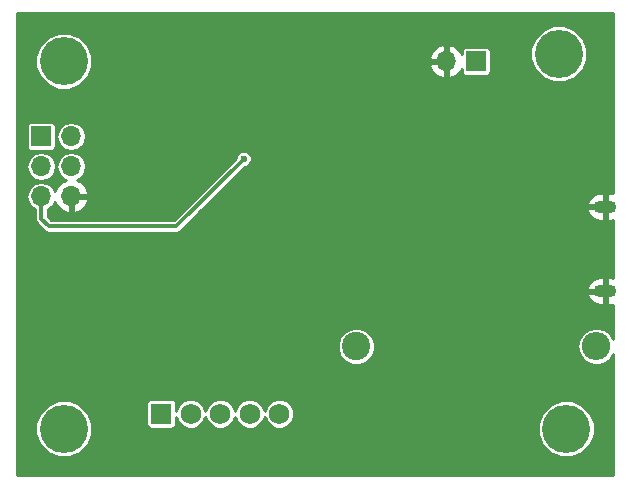
<source format=gbr>
G04 #@! TF.FileFunction,Copper,L2,Bot,Signal*
%FSLAX46Y46*%
G04 Gerber Fmt 4.6, Leading zero omitted, Abs format (unit mm)*
G04 Created by KiCad (PCBNEW 4.0.7-e2-6376~58~ubuntu16.04.1) date Thu May  2 01:35:01 2019*
%MOMM*%
%LPD*%
G01*
G04 APERTURE LIST*
%ADD10C,0.100000*%
%ADD11C,4.064000*%
%ADD12R,1.700000X1.700000*%
%ADD13O,1.700000X1.700000*%
%ADD14C,2.400000*%
%ADD15O,2.400000X2.400000*%
%ADD16O,1.900000X1.100000*%
%ADD17R,1.750000X1.750000*%
%ADD18C,1.750000*%
%ADD19C,0.600000*%
%ADD20C,0.350000*%
%ADD21C,0.254000*%
G04 APERTURE END LIST*
D10*
D11*
X176530000Y-96615000D03*
X134620000Y-97250000D03*
X134620000Y-128365000D03*
D12*
X132715000Y-103600000D03*
D13*
X135255000Y-103600000D03*
X132715000Y-106140000D03*
X135255000Y-106140000D03*
X132715000Y-108680000D03*
X135255000Y-108680000D03*
D14*
X159385000Y-121380000D03*
D15*
X179705000Y-121380000D03*
D12*
X169545000Y-97250000D03*
D13*
X167005000Y-97250000D03*
D16*
X180470000Y-116705000D03*
X180470000Y-109565000D03*
D11*
X177165000Y-128365000D03*
D17*
X142875000Y-127095000D03*
D18*
X145375000Y-127095000D03*
X147875000Y-127095000D03*
X150375000Y-127095000D03*
X152875000Y-127095000D03*
D19*
X146685000Y-113760000D03*
X151765000Y-113125000D03*
X149860000Y-105505000D03*
D20*
X132715000Y-110585000D02*
X132715000Y-108680000D01*
X133350000Y-111220000D02*
X132715000Y-110585000D01*
X144145000Y-111220000D02*
X133350000Y-111220000D01*
X149860000Y-105505000D02*
X144145000Y-111220000D01*
D21*
X130627000Y-93162000D02*
X181158000Y-93162000D01*
X130627000Y-93365200D02*
X181158000Y-93365200D01*
X130627000Y-93568400D02*
X181158000Y-93568400D01*
X130627000Y-93771600D02*
X181158000Y-93771600D01*
X130627000Y-93974800D02*
X181158000Y-93974800D01*
X130627000Y-94178000D02*
X181158000Y-94178000D01*
X130627000Y-94381200D02*
X175627897Y-94381200D01*
X177432202Y-94381200D02*
X181158000Y-94381200D01*
X130627000Y-94584400D02*
X175154330Y-94584400D01*
X177906813Y-94584400D02*
X181158000Y-94584400D01*
X130627000Y-94787600D02*
X174950775Y-94787600D01*
X178109659Y-94787600D02*
X181158000Y-94787600D01*
X130627000Y-94990800D02*
X133779370Y-94990800D01*
X135461032Y-94990800D02*
X174747220Y-94990800D01*
X178312504Y-94990800D02*
X181158000Y-94990800D01*
X130627000Y-95194000D02*
X133287587Y-95194000D01*
X135950392Y-95194000D02*
X174543665Y-95194000D01*
X178515350Y-95194000D02*
X181158000Y-95194000D01*
X130627000Y-95397200D02*
X133066219Y-95397200D01*
X136174303Y-95397200D02*
X174427248Y-95397200D01*
X178633358Y-95397200D02*
X181158000Y-95397200D01*
X130627000Y-95600400D02*
X132862664Y-95600400D01*
X136377149Y-95600400D02*
X174342872Y-95600400D01*
X178717318Y-95600400D02*
X181158000Y-95600400D01*
X130627000Y-95803600D02*
X132659109Y-95803600D01*
X136579994Y-95803600D02*
X174258496Y-95803600D01*
X178801278Y-95803600D02*
X181158000Y-95803600D01*
X130627000Y-96006800D02*
X132527795Y-96006800D01*
X136712863Y-96006800D02*
X166206864Y-96006800D01*
X166878000Y-96006800D02*
X167132000Y-96006800D01*
X167803137Y-96006800D02*
X174174120Y-96006800D01*
X178885239Y-96006800D02*
X181158000Y-96006800D01*
X130627000Y-96210000D02*
X132443419Y-96210000D01*
X136796823Y-96210000D02*
X165983894Y-96210000D01*
X166878000Y-96210000D02*
X167132000Y-96210000D01*
X168026107Y-96210000D02*
X168368540Y-96210000D01*
X170720735Y-96210000D02*
X174121353Y-96210000D01*
X178939354Y-96210000D02*
X181158000Y-96210000D01*
X130627000Y-96413200D02*
X132359043Y-96413200D01*
X136880783Y-96413200D02*
X165788892Y-96413200D01*
X166878000Y-96413200D02*
X167132000Y-96413200D01*
X168221109Y-96413200D02*
X168310615Y-96413200D01*
X170779385Y-96413200D02*
X174121176Y-96413200D01*
X178939176Y-96413200D02*
X181158000Y-96413200D01*
X130627000Y-96616400D02*
X132274667Y-96616400D01*
X136964744Y-96616400D02*
X165693464Y-96616400D01*
X166878000Y-96616400D02*
X167132000Y-96616400D01*
X170779385Y-96616400D02*
X174120998Y-96616400D01*
X178938999Y-96616400D02*
X181158000Y-96616400D01*
X130627000Y-96819600D02*
X132211375Y-96819600D01*
X137029376Y-96819600D02*
X165598036Y-96819600D01*
X166878000Y-96819600D02*
X167132000Y-96819600D01*
X170779385Y-96819600D02*
X174120821Y-96819600D01*
X178938822Y-96819600D02*
X181158000Y-96819600D01*
X130627000Y-97022800D02*
X132211198Y-97022800D01*
X137029198Y-97022800D02*
X165631587Y-97022800D01*
X166878000Y-97022800D02*
X167132000Y-97022800D01*
X170779385Y-97022800D02*
X174120644Y-97022800D01*
X178938645Y-97022800D02*
X181158000Y-97022800D01*
X130627000Y-97226000D02*
X132211021Y-97226000D01*
X137029021Y-97226000D02*
X167152000Y-97226000D01*
X170779385Y-97226000D02*
X174175918Y-97226000D01*
X178884717Y-97226000D02*
X181158000Y-97226000D01*
X130627000Y-97429200D02*
X132210843Y-97429200D01*
X137028844Y-97429200D02*
X165656782Y-97429200D01*
X166878000Y-97429200D02*
X167132000Y-97429200D01*
X170779385Y-97429200D02*
X174259879Y-97429200D01*
X178800341Y-97429200D02*
X181158000Y-97429200D01*
X130627000Y-97632400D02*
X132210666Y-97632400D01*
X137028666Y-97632400D02*
X165575493Y-97632400D01*
X166878000Y-97632400D02*
X167132000Y-97632400D01*
X170779385Y-97632400D02*
X174343839Y-97632400D01*
X178715965Y-97632400D02*
X181158000Y-97632400D01*
X130627000Y-97835600D02*
X132255423Y-97835600D01*
X136985264Y-97835600D02*
X165670921Y-97835600D01*
X166878000Y-97835600D02*
X167132000Y-97835600D01*
X170779385Y-97835600D02*
X174427799Y-97835600D01*
X178631589Y-97835600D02*
X181158000Y-97835600D01*
X130627000Y-98038800D02*
X132339384Y-98038800D01*
X136900888Y-98038800D02*
X165766349Y-98038800D01*
X166878000Y-98038800D02*
X167132000Y-98038800D01*
X168243650Y-98038800D02*
X168310615Y-98038800D01*
X170779385Y-98038800D02*
X174547445Y-98038800D01*
X178513530Y-98038800D02*
X181158000Y-98038800D01*
X130627000Y-98242000D02*
X132423344Y-98242000D01*
X136816512Y-98242000D02*
X165931223Y-98242000D01*
X166878000Y-98242000D02*
X167132000Y-98242000D01*
X168078776Y-98242000D02*
X168338377Y-98242000D01*
X170750629Y-98242000D02*
X174750291Y-98242000D01*
X178309975Y-98242000D02*
X181158000Y-98242000D01*
X130627000Y-98445200D02*
X132507304Y-98445200D01*
X136732136Y-98445200D02*
X166154193Y-98445200D01*
X166878000Y-98445200D02*
X167132000Y-98445200D01*
X167855806Y-98445200D02*
X168532426Y-98445200D01*
X170554750Y-98445200D02*
X174953136Y-98445200D01*
X178106420Y-98445200D02*
X181158000Y-98445200D01*
X130627000Y-98648400D02*
X132612089Y-98648400D01*
X136628975Y-98648400D02*
X166544108Y-98648400D01*
X166729734Y-98648400D02*
X167280265Y-98648400D01*
X167465891Y-98648400D02*
X175155982Y-98648400D01*
X177902865Y-98648400D02*
X181158000Y-98648400D01*
X130627000Y-98851600D02*
X132814935Y-98851600D01*
X136425420Y-98851600D02*
X175634541Y-98851600D01*
X177425326Y-98851600D02*
X181158000Y-98851600D01*
X130627000Y-99054800D02*
X133017781Y-99054800D01*
X136221864Y-99054800D02*
X181158000Y-99054800D01*
X130627000Y-99258000D02*
X133220626Y-99258000D01*
X136018309Y-99258000D02*
X181158000Y-99258000D01*
X130627000Y-99461200D02*
X133663371Y-99461200D01*
X135576799Y-99461200D02*
X181158000Y-99461200D01*
X130627000Y-99664400D02*
X181158000Y-99664400D01*
X130627000Y-99867600D02*
X181158000Y-99867600D01*
X130627000Y-100070800D02*
X181158000Y-100070800D01*
X130627000Y-100274000D02*
X181158000Y-100274000D01*
X130627000Y-100477200D02*
X181158000Y-100477200D01*
X130627000Y-100680400D02*
X181158000Y-100680400D01*
X130627000Y-100883600D02*
X181158000Y-100883600D01*
X130627000Y-101086800D02*
X181158000Y-101086800D01*
X130627000Y-101290000D02*
X181158000Y-101290000D01*
X130627000Y-101493200D02*
X181158000Y-101493200D01*
X130627000Y-101696400D02*
X181158000Y-101696400D01*
X130627000Y-101899600D02*
X181158000Y-101899600D01*
X130627000Y-102102800D02*
X181158000Y-102102800D01*
X130627000Y-102306000D02*
X181158000Y-102306000D01*
X130627000Y-102509200D02*
X131573250Y-102509200D01*
X133858046Y-102509200D02*
X134697355Y-102509200D01*
X135812646Y-102509200D02*
X181158000Y-102509200D01*
X130627000Y-102712400D02*
X131488230Y-102712400D01*
X133942311Y-102712400D02*
X134393245Y-102712400D01*
X136116756Y-102712400D02*
X181158000Y-102712400D01*
X130627000Y-102915600D02*
X131480615Y-102915600D01*
X133949385Y-102915600D02*
X134240919Y-102915600D01*
X136269082Y-102915600D02*
X181158000Y-102915600D01*
X130627000Y-103118800D02*
X131480615Y-103118800D01*
X133949385Y-103118800D02*
X134105145Y-103118800D01*
X136404856Y-103118800D02*
X181158000Y-103118800D01*
X130627000Y-103322000D02*
X131480615Y-103322000D01*
X133949385Y-103322000D02*
X134059260Y-103322000D01*
X136450741Y-103322000D02*
X181158000Y-103322000D01*
X130627000Y-103525200D02*
X131480615Y-103525200D01*
X133949385Y-103525200D02*
X134018841Y-103525200D01*
X136491160Y-103525200D02*
X181158000Y-103525200D01*
X130627000Y-103728400D02*
X131480615Y-103728400D01*
X133949385Y-103728400D02*
X134029502Y-103728400D01*
X136480497Y-103728400D02*
X181158000Y-103728400D01*
X130627000Y-103931600D02*
X131480615Y-103931600D01*
X133949385Y-103931600D02*
X134069921Y-103931600D01*
X136440078Y-103931600D02*
X181158000Y-103931600D01*
X130627000Y-104134800D02*
X131480615Y-104134800D01*
X133949385Y-104134800D02*
X134140958Y-104134800D01*
X136369041Y-104134800D02*
X181158000Y-104134800D01*
X130627000Y-104338000D02*
X131480615Y-104338000D01*
X133949385Y-104338000D02*
X134276732Y-104338000D01*
X136233267Y-104338000D02*
X181158000Y-104338000D01*
X130627000Y-104541200D02*
X131497775Y-104541200D01*
X133930916Y-104541200D02*
X134473462Y-104541200D01*
X136036537Y-104541200D02*
X181158000Y-104541200D01*
X130627000Y-104744400D02*
X131628078Y-104744400D01*
X133803695Y-104744400D02*
X134815704Y-104744400D01*
X135694295Y-104744400D02*
X181158000Y-104744400D01*
X130627000Y-104947600D02*
X132517017Y-104947600D01*
X132912984Y-104947600D02*
X135057017Y-104947600D01*
X135452984Y-104947600D02*
X149460115Y-104947600D01*
X150260160Y-104947600D02*
X181158000Y-104947600D01*
X130627000Y-105150800D02*
X132005300Y-105150800D01*
X133424701Y-105150800D02*
X134545300Y-105150800D01*
X135964701Y-105150800D02*
X149274033Y-105150800D01*
X150446163Y-105150800D02*
X181158000Y-105150800D01*
X130627000Y-105354000D02*
X131768806Y-105354000D01*
X133661195Y-105354000D02*
X134308806Y-105354000D01*
X136201195Y-105354000D02*
X149189657Y-105354000D01*
X150530123Y-105354000D02*
X181158000Y-105354000D01*
X130627000Y-105557200D02*
X131633032Y-105557200D01*
X133796969Y-105557200D02*
X134173032Y-105557200D01*
X136336969Y-105557200D02*
X149027154Y-105557200D01*
X150536954Y-105557200D02*
X181158000Y-105557200D01*
X130627000Y-105760400D02*
X131539470Y-105760400D01*
X133890531Y-105760400D02*
X134079470Y-105760400D01*
X136430531Y-105760400D02*
X148823954Y-105760400D01*
X150486993Y-105760400D02*
X181158000Y-105760400D01*
X130627000Y-105963600D02*
X131499051Y-105963600D01*
X133930950Y-105963600D02*
X134039051Y-105963600D01*
X136470950Y-105963600D02*
X148620754Y-105963600D01*
X150358857Y-105963600D02*
X181158000Y-105963600D01*
X130627000Y-106166800D02*
X131469292Y-106166800D01*
X133960707Y-106166800D02*
X134009292Y-106166800D01*
X136500707Y-106166800D02*
X148417554Y-106166800D01*
X150031142Y-106166800D02*
X181158000Y-106166800D01*
X130627000Y-106370000D02*
X131509711Y-106370000D01*
X133920288Y-106370000D02*
X134049711Y-106370000D01*
X136460288Y-106370000D02*
X148214354Y-106370000D01*
X149775646Y-106370000D02*
X181158000Y-106370000D01*
X130627000Y-106573200D02*
X131550130Y-106573200D01*
X133879869Y-106573200D02*
X134090130Y-106573200D01*
X136419869Y-106573200D02*
X148011154Y-106573200D01*
X149572446Y-106573200D02*
X181158000Y-106573200D01*
X130627000Y-106776400D02*
X131668845Y-106776400D01*
X133761154Y-106776400D02*
X134208845Y-106776400D01*
X136301154Y-106776400D02*
X147807954Y-106776400D01*
X149369246Y-106776400D02*
X181158000Y-106776400D01*
X130627000Y-106979600D02*
X131804619Y-106979600D01*
X133625380Y-106979600D02*
X134344619Y-106979600D01*
X136165380Y-106979600D02*
X147604754Y-106979600D01*
X149166046Y-106979600D02*
X181158000Y-106979600D01*
X130627000Y-107182800D02*
X132085517Y-107182800D01*
X133344482Y-107182800D02*
X134625517Y-107182800D01*
X135884482Y-107182800D02*
X147401554Y-107182800D01*
X148962846Y-107182800D02*
X181158000Y-107182800D01*
X130627000Y-107386000D02*
X134584059Y-107386000D01*
X135925942Y-107386000D02*
X147198354Y-107386000D01*
X148759646Y-107386000D02*
X181158000Y-107386000D01*
X130627000Y-107589200D02*
X132157355Y-107589200D01*
X133272646Y-107589200D02*
X134278515Y-107589200D01*
X136231486Y-107589200D02*
X146995154Y-107589200D01*
X148556446Y-107589200D02*
X181158000Y-107589200D01*
X130627000Y-107792400D02*
X131853245Y-107792400D01*
X133576756Y-107792400D02*
X134093332Y-107792400D01*
X136416669Y-107792400D02*
X146791954Y-107792400D01*
X148353246Y-107792400D02*
X181158000Y-107792400D01*
X130627000Y-107995600D02*
X131700919Y-107995600D01*
X133729082Y-107995600D02*
X133949175Y-107995600D01*
X136560826Y-107995600D02*
X146588754Y-107995600D01*
X148150046Y-107995600D02*
X181158000Y-107995600D01*
X130627000Y-108198800D02*
X131565145Y-108198800D01*
X133864856Y-108198800D02*
X133865012Y-108198800D01*
X136644989Y-108198800D02*
X146385554Y-108198800D01*
X147946846Y-108198800D02*
X181158000Y-108198800D01*
X130627000Y-108402000D02*
X131519260Y-108402000D01*
X136654842Y-108402000D02*
X146182354Y-108402000D01*
X147743646Y-108402000D02*
X179872658Y-108402000D01*
X180343000Y-108402000D02*
X180597000Y-108402000D01*
X181067344Y-108402000D02*
X181158000Y-108402000D01*
X130627000Y-108605200D02*
X131478841Y-108605200D01*
X135108000Y-108605200D02*
X145979154Y-108605200D01*
X147540446Y-108605200D02*
X179395739Y-108605200D01*
X180343000Y-108605200D02*
X180597000Y-108605200D01*
X130627000Y-108808400D02*
X131489502Y-108808400D01*
X135128000Y-108808400D02*
X135382000Y-108808400D01*
X136575894Y-108808400D02*
X145775954Y-108808400D01*
X147337246Y-108808400D02*
X179152433Y-108808400D01*
X180343000Y-108808400D02*
X180597000Y-108808400D01*
X130627000Y-109011600D02*
X131529921Y-109011600D01*
X135128000Y-109011600D02*
X135382000Y-109011600D01*
X136683130Y-109011600D02*
X145572754Y-109011600D01*
X147134046Y-109011600D02*
X179040338Y-109011600D01*
X180343000Y-109011600D02*
X180597000Y-109011600D01*
X130627000Y-109214800D02*
X131600958Y-109214800D01*
X133829041Y-109214800D02*
X133887212Y-109214800D01*
X135128000Y-109214800D02*
X135382000Y-109214800D01*
X136622787Y-109214800D02*
X145369554Y-109214800D01*
X146930846Y-109214800D02*
X178933960Y-109214800D01*
X180343000Y-109214800D02*
X180597000Y-109214800D01*
X130627000Y-109418000D02*
X131736732Y-109418000D01*
X133693267Y-109418000D02*
X133971375Y-109418000D01*
X135128000Y-109418000D02*
X135382000Y-109418000D01*
X136538624Y-109418000D02*
X145166354Y-109418000D01*
X146727646Y-109418000D02*
X179037910Y-109418000D01*
X180343000Y-109418000D02*
X180597000Y-109418000D01*
X130627000Y-109621200D02*
X131933462Y-109621200D01*
X133496537Y-109621200D02*
X134142178Y-109621200D01*
X135128000Y-109621200D02*
X135382000Y-109621200D01*
X136367821Y-109621200D02*
X144963154Y-109621200D01*
X146524446Y-109621200D02*
X180617000Y-109621200D01*
X130627000Y-109824400D02*
X132163000Y-109824400D01*
X133267000Y-109824400D02*
X134327361Y-109824400D01*
X135128000Y-109824400D02*
X135382000Y-109824400D01*
X136182638Y-109824400D02*
X144759954Y-109824400D01*
X146321246Y-109824400D02*
X178960755Y-109824400D01*
X180343000Y-109824400D02*
X180597000Y-109824400D01*
X130627000Y-110027600D02*
X132163000Y-110027600D01*
X133267000Y-110027600D02*
X134698191Y-110027600D01*
X135076977Y-110027600D02*
X135433022Y-110027600D01*
X135811808Y-110027600D02*
X144556754Y-110027600D01*
X146118046Y-110027600D02*
X178992802Y-110027600D01*
X180343000Y-110027600D02*
X180597000Y-110027600D01*
X130627000Y-110230800D02*
X132163000Y-110230800D01*
X133267000Y-110230800D02*
X144353554Y-110230800D01*
X145914846Y-110230800D02*
X179099181Y-110230800D01*
X180343000Y-110230800D02*
X180597000Y-110230800D01*
X130627000Y-110434000D02*
X132163000Y-110434000D01*
X133344646Y-110434000D02*
X144150354Y-110434000D01*
X145711646Y-110434000D02*
X179287017Y-110434000D01*
X180343000Y-110434000D02*
X180597000Y-110434000D01*
X130627000Y-110637200D02*
X132173383Y-110637200D01*
X133547846Y-110637200D02*
X143947154Y-110637200D01*
X145508446Y-110637200D02*
X179582332Y-110637200D01*
X180343000Y-110637200D02*
X180597000Y-110637200D01*
X130627000Y-110840400D02*
X132234523Y-110840400D01*
X145305246Y-110840400D02*
X181158000Y-110840400D01*
X130627000Y-111043600D02*
X132392954Y-111043600D01*
X145102046Y-111043600D02*
X181158000Y-111043600D01*
X130627000Y-111246800D02*
X132596154Y-111246800D01*
X144898846Y-111246800D02*
X181158000Y-111246800D01*
X130627000Y-111450000D02*
X132799354Y-111450000D01*
X144695646Y-111450000D02*
X181158000Y-111450000D01*
X130627000Y-111653200D02*
X133023846Y-111653200D01*
X144471153Y-111653200D02*
X181158000Y-111653200D01*
X130627000Y-111856400D02*
X181158000Y-111856400D01*
X130627000Y-112059600D02*
X181158000Y-112059600D01*
X130627000Y-112262800D02*
X181158000Y-112262800D01*
X130627000Y-112466000D02*
X181158000Y-112466000D01*
X130627000Y-112669200D02*
X181158000Y-112669200D01*
X130627000Y-112872400D02*
X181158000Y-112872400D01*
X130627000Y-113075600D02*
X181158000Y-113075600D01*
X130627000Y-113278800D02*
X181158000Y-113278800D01*
X130627000Y-113482000D02*
X181158000Y-113482000D01*
X130627000Y-113685200D02*
X181158000Y-113685200D01*
X130627000Y-113888400D02*
X181158000Y-113888400D01*
X130627000Y-114091600D02*
X181158000Y-114091600D01*
X130627000Y-114294800D02*
X181158000Y-114294800D01*
X130627000Y-114498000D02*
X181158000Y-114498000D01*
X130627000Y-114701200D02*
X181158000Y-114701200D01*
X130627000Y-114904400D02*
X181158000Y-114904400D01*
X130627000Y-115107600D02*
X181158000Y-115107600D01*
X130627000Y-115310800D02*
X181158000Y-115310800D01*
X130627000Y-115514000D02*
X181158000Y-115514000D01*
X130627000Y-115717200D02*
X179429266Y-115717200D01*
X180343000Y-115717200D02*
X180597000Y-115717200D01*
X130627000Y-115920400D02*
X179185959Y-115920400D01*
X180343000Y-115920400D02*
X180597000Y-115920400D01*
X130627000Y-116123600D02*
X179054997Y-116123600D01*
X180343000Y-116123600D02*
X180597000Y-116123600D01*
X130627000Y-116326800D02*
X178948618Y-116326800D01*
X180343000Y-116326800D02*
X180597000Y-116326800D01*
X130627000Y-116530000D02*
X179018690Y-116530000D01*
X180343000Y-116530000D02*
X180597000Y-116530000D01*
X130627000Y-116733200D02*
X180617000Y-116733200D01*
X130627000Y-116936400D02*
X178979976Y-116936400D01*
X180343000Y-116936400D02*
X180597000Y-116936400D01*
X130627000Y-117139600D02*
X178978144Y-117139600D01*
X180343000Y-117139600D02*
X180597000Y-117139600D01*
X130627000Y-117342800D02*
X179084522Y-117342800D01*
X180343000Y-117342800D02*
X180597000Y-117342800D01*
X130627000Y-117546000D02*
X179253490Y-117546000D01*
X180343000Y-117546000D02*
X180597000Y-117546000D01*
X130627000Y-117749200D02*
X179496797Y-117749200D01*
X180343000Y-117749200D02*
X180597000Y-117749200D01*
X130627000Y-117952400D02*
X181158000Y-117952400D01*
X130627000Y-118155600D02*
X181158000Y-118155600D01*
X130627000Y-118358800D02*
X181158000Y-118358800D01*
X130627000Y-118562000D02*
X181158000Y-118562000D01*
X130627000Y-118765200D02*
X181158000Y-118765200D01*
X130627000Y-118968400D02*
X181158000Y-118968400D01*
X130627000Y-119171600D02*
X181158000Y-119171600D01*
X130627000Y-119374800D02*
X181158000Y-119374800D01*
X130627000Y-119578000D02*
X181158000Y-119578000D01*
X130627000Y-119781200D02*
X181158000Y-119781200D01*
X130627000Y-119984400D02*
X158633010Y-119984400D01*
X160136260Y-119984400D02*
X178978785Y-119984400D01*
X180431216Y-119984400D02*
X181158000Y-119984400D01*
X130627000Y-120187600D02*
X158347320Y-120187600D01*
X160422951Y-120187600D02*
X178674675Y-120187600D01*
X180735326Y-120187600D02*
X181158000Y-120187600D01*
X130627000Y-120390800D02*
X158143765Y-120390800D01*
X160625797Y-120390800D02*
X178474870Y-120390800D01*
X180935131Y-120390800D02*
X181158000Y-120390800D01*
X130627000Y-120594000D02*
X158003826Y-120594000D01*
X160766548Y-120594000D02*
X178339096Y-120594000D01*
X181070905Y-120594000D02*
X181158000Y-120594000D01*
X130627000Y-120797200D02*
X157919450Y-120797200D01*
X160850509Y-120797200D02*
X178213032Y-120797200D01*
X130627000Y-121000400D02*
X157835074Y-121000400D01*
X160934469Y-121000400D02*
X178172613Y-121000400D01*
X130627000Y-121203600D02*
X157808154Y-121203600D01*
X160962154Y-121203600D02*
X178132194Y-121203600D01*
X130627000Y-121406800D02*
X157807977Y-121406800D01*
X160961976Y-121406800D02*
X178102435Y-121406800D01*
X130627000Y-121610000D02*
X157807799Y-121610000D01*
X160961799Y-121610000D02*
X178142854Y-121610000D01*
X130627000Y-121813200D02*
X157857678Y-121813200D01*
X160912669Y-121813200D02*
X178183273Y-121813200D01*
X130627000Y-122016400D02*
X157941638Y-122016400D01*
X160828293Y-122016400D02*
X178239135Y-122016400D01*
X130627000Y-122219600D02*
X158025599Y-122219600D01*
X160743917Y-122219600D02*
X178374909Y-122219600D01*
X181035090Y-122219600D02*
X181158000Y-122219600D01*
X130627000Y-122422800D02*
X158197710Y-122422800D01*
X160572541Y-122422800D02*
X178510683Y-122422800D01*
X180899316Y-122422800D02*
X181158000Y-122422800D01*
X130627000Y-122626000D02*
X158400556Y-122626000D01*
X160368987Y-122626000D02*
X178754892Y-122626000D01*
X180655107Y-122626000D02*
X181158000Y-122626000D01*
X130627000Y-122829200D02*
X158762823Y-122829200D01*
X160007268Y-122829200D02*
X179059002Y-122829200D01*
X180350997Y-122829200D02*
X181158000Y-122829200D01*
X130627000Y-123032400D02*
X181158000Y-123032400D01*
X130627000Y-123235600D02*
X181158000Y-123235600D01*
X130627000Y-123438800D02*
X181158000Y-123438800D01*
X130627000Y-123642000D02*
X181158000Y-123642000D01*
X130627000Y-123845200D02*
X181158000Y-123845200D01*
X130627000Y-124048400D02*
X181158000Y-124048400D01*
X130627000Y-124251600D02*
X181158000Y-124251600D01*
X130627000Y-124454800D02*
X181158000Y-124454800D01*
X130627000Y-124658000D02*
X181158000Y-124658000D01*
X130627000Y-124861200D02*
X181158000Y-124861200D01*
X130627000Y-125064400D02*
X181158000Y-125064400D01*
X130627000Y-125267600D02*
X181158000Y-125267600D01*
X130627000Y-125470800D02*
X181158000Y-125470800D01*
X130627000Y-125674000D02*
X181158000Y-125674000D01*
X130627000Y-125877200D02*
X141836520Y-125877200D01*
X143916087Y-125877200D02*
X145043759Y-125877200D01*
X145706969Y-125877200D02*
X147543759Y-125877200D01*
X148206969Y-125877200D02*
X150043759Y-125877200D01*
X150706969Y-125877200D02*
X152543759Y-125877200D01*
X153206969Y-125877200D02*
X181158000Y-125877200D01*
X130627000Y-126080400D02*
X133840843Y-126080400D01*
X135399862Y-126080400D02*
X141643885Y-126080400D01*
X144108118Y-126080400D02*
X144619231Y-126080400D01*
X146131222Y-126080400D02*
X147119231Y-126080400D01*
X148631222Y-126080400D02*
X149619231Y-126080400D01*
X151131222Y-126080400D02*
X152119231Y-126080400D01*
X153631222Y-126080400D02*
X176385843Y-126080400D01*
X177944862Y-126080400D02*
X181158000Y-126080400D01*
X130627000Y-126283600D02*
X133349060Y-126283600D01*
X135889222Y-126283600D02*
X141615615Y-126283600D01*
X144134385Y-126283600D02*
X144415675Y-126283600D01*
X146334067Y-126283600D02*
X146915675Y-126283600D01*
X148834067Y-126283600D02*
X149415675Y-126283600D01*
X151334067Y-126283600D02*
X151915675Y-126283600D01*
X153834067Y-126283600D02*
X175894060Y-126283600D01*
X178434222Y-126283600D02*
X181158000Y-126283600D01*
X130627000Y-126486800D02*
X133091664Y-126486800D01*
X136148947Y-126486800D02*
X141615615Y-126486800D01*
X144134385Y-126486800D02*
X144271902Y-126486800D01*
X146478363Y-126486800D02*
X146771902Y-126486800D01*
X148978363Y-126486800D02*
X149271902Y-126486800D01*
X151478363Y-126486800D02*
X151771902Y-126486800D01*
X153978363Y-126486800D02*
X175636664Y-126486800D01*
X178693947Y-126486800D02*
X181158000Y-126486800D01*
X130627000Y-126690000D02*
X132888109Y-126690000D01*
X136351793Y-126690000D02*
X141615615Y-126690000D01*
X144134385Y-126690000D02*
X144187526Y-126690000D01*
X146562324Y-126690000D02*
X146687526Y-126690000D01*
X149062324Y-126690000D02*
X149187526Y-126690000D01*
X151562324Y-126690000D02*
X151687526Y-126690000D01*
X154062324Y-126690000D02*
X175433109Y-126690000D01*
X178896793Y-126690000D02*
X181158000Y-126690000D01*
X130627000Y-126893200D02*
X132684554Y-126893200D01*
X136554639Y-126893200D02*
X141615615Y-126893200D01*
X154127176Y-126893200D02*
X175229554Y-126893200D01*
X179099639Y-126893200D02*
X181158000Y-126893200D01*
X130627000Y-127096400D02*
X132538342Y-127096400D01*
X136702368Y-127096400D02*
X141615615Y-127096400D01*
X154126999Y-127096400D02*
X175083342Y-127096400D01*
X179247368Y-127096400D02*
X181158000Y-127096400D01*
X130627000Y-127299600D02*
X132453966Y-127299600D01*
X136786328Y-127299600D02*
X141615615Y-127299600D01*
X154126821Y-127299600D02*
X174998966Y-127299600D01*
X179331328Y-127299600D02*
X181158000Y-127299600D01*
X130627000Y-127502800D02*
X132369590Y-127502800D01*
X136870288Y-127502800D02*
X141615615Y-127502800D01*
X144134385Y-127502800D02*
X144188833Y-127502800D01*
X146561311Y-127502800D02*
X146688833Y-127502800D01*
X149061311Y-127502800D02*
X149188833Y-127502800D01*
X151561311Y-127502800D02*
X151688833Y-127502800D01*
X154061312Y-127502800D02*
X174914590Y-127502800D01*
X179415288Y-127502800D02*
X181158000Y-127502800D01*
X130627000Y-127706000D02*
X132285214Y-127706000D01*
X136954249Y-127706000D02*
X141615615Y-127706000D01*
X144134385Y-127706000D02*
X144272794Y-127706000D01*
X146476936Y-127706000D02*
X146772794Y-127706000D01*
X148976936Y-127706000D02*
X149272794Y-127706000D01*
X151476936Y-127706000D02*
X151772794Y-127706000D01*
X153976936Y-127706000D02*
X174830214Y-127706000D01*
X179499249Y-127706000D02*
X181158000Y-127706000D01*
X130627000Y-127909200D02*
X132211397Y-127909200D01*
X137029398Y-127909200D02*
X141615615Y-127909200D01*
X144134385Y-127909200D02*
X144418728Y-127909200D01*
X146331520Y-127909200D02*
X146918728Y-127909200D01*
X148831520Y-127909200D02*
X149418728Y-127909200D01*
X151331520Y-127909200D02*
X151918728Y-127909200D01*
X153831520Y-127909200D02*
X174756397Y-127909200D01*
X179574398Y-127909200D02*
X181158000Y-127909200D01*
X130627000Y-128112400D02*
X132211220Y-128112400D01*
X137029221Y-128112400D02*
X141643635Y-128112400D01*
X144105548Y-128112400D02*
X144621573Y-128112400D01*
X146127964Y-128112400D02*
X147121573Y-128112400D01*
X148627964Y-128112400D02*
X149621573Y-128112400D01*
X151127964Y-128112400D02*
X152121573Y-128112400D01*
X153627964Y-128112400D02*
X174756220Y-128112400D01*
X179574221Y-128112400D02*
X181158000Y-128112400D01*
X130627000Y-128315600D02*
X132211043Y-128315600D01*
X137029043Y-128315600D02*
X141838011Y-128315600D01*
X143909128Y-128315600D02*
X145049774Y-128315600D01*
X145699464Y-128315600D02*
X147549774Y-128315600D01*
X148199464Y-128315600D02*
X150049774Y-128315600D01*
X150699464Y-128315600D02*
X152549774Y-128315600D01*
X153199464Y-128315600D02*
X174756043Y-128315600D01*
X179574043Y-128315600D02*
X181158000Y-128315600D01*
X130627000Y-128518800D02*
X132210866Y-128518800D01*
X137028866Y-128518800D02*
X174755866Y-128518800D01*
X179573866Y-128518800D02*
X181158000Y-128518800D01*
X130627000Y-128722000D02*
X132210688Y-128722000D01*
X137028688Y-128722000D02*
X174755688Y-128722000D01*
X179573689Y-128722000D02*
X181158000Y-128722000D01*
X130627000Y-128925200D02*
X132244928Y-128925200D01*
X136995811Y-128925200D02*
X174789928Y-128925200D01*
X179540811Y-128925200D02*
X181158000Y-128925200D01*
X130627000Y-129128400D02*
X132328889Y-129128400D01*
X136911435Y-129128400D02*
X174873889Y-129128400D01*
X179456435Y-129128400D02*
X181158000Y-129128400D01*
X130627000Y-129331600D02*
X132412849Y-129331600D01*
X136827059Y-129331600D02*
X174957849Y-129331600D01*
X179372059Y-129331600D02*
X181158000Y-129331600D01*
X130627000Y-129534800D02*
X132496809Y-129534800D01*
X136742683Y-129534800D02*
X175041809Y-129534800D01*
X179287683Y-129534800D02*
X181158000Y-129534800D01*
X130627000Y-129738000D02*
X132586734Y-129738000D01*
X136654419Y-129738000D02*
X175131734Y-129738000D01*
X179199419Y-129738000D02*
X181158000Y-129738000D01*
X130627000Y-129941200D02*
X132789579Y-129941200D01*
X136450864Y-129941200D02*
X175334579Y-129941200D01*
X178995864Y-129941200D02*
X181158000Y-129941200D01*
X130627000Y-130144400D02*
X132992425Y-130144400D01*
X136247309Y-130144400D02*
X175537425Y-130144400D01*
X178792309Y-130144400D02*
X181158000Y-130144400D01*
X130627000Y-130347600D02*
X133195270Y-130347600D01*
X136043754Y-130347600D02*
X175740270Y-130347600D01*
X178588754Y-130347600D02*
X181158000Y-130347600D01*
X130627000Y-130550800D02*
X133602201Y-130550800D01*
X135638272Y-130550800D02*
X176147201Y-130550800D01*
X178183272Y-130550800D02*
X181158000Y-130550800D01*
X130627000Y-130754000D02*
X134091561Y-130754000D01*
X135146490Y-130754000D02*
X176636561Y-130754000D01*
X177691490Y-130754000D02*
X181158000Y-130754000D01*
X130627000Y-130957200D02*
X181158000Y-130957200D01*
X130627000Y-131160400D02*
X181158000Y-131160400D01*
X130627000Y-131363600D02*
X181158000Y-131363600D01*
X130627000Y-131566800D02*
X181158000Y-131566800D01*
X130627000Y-131770000D02*
X181158000Y-131770000D01*
X130627000Y-131973200D02*
X181158000Y-131973200D01*
X130627000Y-132176400D02*
X181158000Y-132176400D01*
X181158000Y-108430353D02*
X180997000Y-108380000D01*
X180597000Y-108380000D01*
X180597000Y-109438000D01*
X180617000Y-109438000D01*
X180617000Y-109692000D01*
X180597000Y-109692000D01*
X180597000Y-110750000D01*
X180997000Y-110750000D01*
X181158000Y-110699647D01*
X181158000Y-115570353D01*
X180997000Y-115520000D01*
X180597000Y-115520000D01*
X180597000Y-116578000D01*
X180617000Y-116578000D01*
X180617000Y-116832000D01*
X180597000Y-116832000D01*
X180597000Y-117890000D01*
X180997000Y-117890000D01*
X181158000Y-117839647D01*
X181158000Y-120724347D01*
X180851002Y-120264893D01*
X180339387Y-119923042D01*
X179735895Y-119803000D01*
X179674105Y-119803000D01*
X179070613Y-119923042D01*
X178558998Y-120264893D01*
X178217147Y-120776508D01*
X178097105Y-121380000D01*
X178217147Y-121983492D01*
X178558998Y-122495107D01*
X179070613Y-122836958D01*
X179674105Y-122957000D01*
X179735895Y-122957000D01*
X180339387Y-122836958D01*
X180851002Y-122495107D01*
X181158000Y-122035653D01*
X181158000Y-132263000D01*
X130627000Y-132263000D01*
X130627000Y-128842077D01*
X132210583Y-128842077D01*
X132576558Y-129727806D01*
X133253629Y-130406060D01*
X134138718Y-130773581D01*
X135097077Y-130774417D01*
X135982806Y-130408442D01*
X136661060Y-129731371D01*
X137028581Y-128846282D01*
X137028584Y-128842077D01*
X174755583Y-128842077D01*
X175121558Y-129727806D01*
X175798629Y-130406060D01*
X176683718Y-130773581D01*
X177642077Y-130774417D01*
X178527806Y-130408442D01*
X179206060Y-129731371D01*
X179573581Y-128846282D01*
X179574417Y-127887923D01*
X179208442Y-127002194D01*
X178531371Y-126323940D01*
X177646282Y-125956419D01*
X176687923Y-125955583D01*
X175802194Y-126321558D01*
X175123940Y-126998629D01*
X174756419Y-127883718D01*
X174755583Y-128842077D01*
X137028584Y-128842077D01*
X137029417Y-127887923D01*
X136663442Y-127002194D01*
X135986371Y-126323940D01*
X135736056Y-126220000D01*
X141615615Y-126220000D01*
X141615615Y-127970000D01*
X141641903Y-128109708D01*
X141724470Y-128238020D01*
X141850453Y-128324101D01*
X142000000Y-128354385D01*
X143750000Y-128354385D01*
X143889708Y-128328097D01*
X144018020Y-128245530D01*
X144104101Y-128119547D01*
X144134385Y-127970000D01*
X144134385Y-127371025D01*
X144312987Y-127803274D01*
X144664873Y-128155775D01*
X145124869Y-128346782D01*
X145622946Y-128347217D01*
X146083274Y-128157013D01*
X146435775Y-127805127D01*
X146625230Y-127348868D01*
X146812987Y-127803274D01*
X147164873Y-128155775D01*
X147624869Y-128346782D01*
X148122946Y-128347217D01*
X148583274Y-128157013D01*
X148935775Y-127805127D01*
X149125230Y-127348868D01*
X149312987Y-127803274D01*
X149664873Y-128155775D01*
X150124869Y-128346782D01*
X150622946Y-128347217D01*
X151083274Y-128157013D01*
X151435775Y-127805127D01*
X151625230Y-127348868D01*
X151812987Y-127803274D01*
X152164873Y-128155775D01*
X152624869Y-128346782D01*
X153122946Y-128347217D01*
X153583274Y-128157013D01*
X153935775Y-127805127D01*
X154126782Y-127345131D01*
X154127217Y-126847054D01*
X153937013Y-126386726D01*
X153585127Y-126034225D01*
X153125131Y-125843218D01*
X152627054Y-125842783D01*
X152166726Y-126032987D01*
X151814225Y-126384873D01*
X151624770Y-126841132D01*
X151437013Y-126386726D01*
X151085127Y-126034225D01*
X150625131Y-125843218D01*
X150127054Y-125842783D01*
X149666726Y-126032987D01*
X149314225Y-126384873D01*
X149124770Y-126841132D01*
X148937013Y-126386726D01*
X148585127Y-126034225D01*
X148125131Y-125843218D01*
X147627054Y-125842783D01*
X147166726Y-126032987D01*
X146814225Y-126384873D01*
X146624770Y-126841132D01*
X146437013Y-126386726D01*
X146085127Y-126034225D01*
X145625131Y-125843218D01*
X145127054Y-125842783D01*
X144666726Y-126032987D01*
X144314225Y-126384873D01*
X144134385Y-126817976D01*
X144134385Y-126220000D01*
X144108097Y-126080292D01*
X144025530Y-125951980D01*
X143899547Y-125865899D01*
X143750000Y-125835615D01*
X142000000Y-125835615D01*
X141860292Y-125861903D01*
X141731980Y-125944470D01*
X141645899Y-126070453D01*
X141615615Y-126220000D01*
X135736056Y-126220000D01*
X135101282Y-125956419D01*
X134142923Y-125955583D01*
X133257194Y-126321558D01*
X132578940Y-126998629D01*
X132211419Y-127883718D01*
X132210583Y-128842077D01*
X130627000Y-128842077D01*
X130627000Y-121692308D01*
X157807727Y-121692308D01*
X158047305Y-122272132D01*
X158490535Y-122716136D01*
X159069939Y-122956725D01*
X159697308Y-122957273D01*
X160277132Y-122717695D01*
X160721136Y-122274465D01*
X160961725Y-121695061D01*
X160962273Y-121067692D01*
X160722695Y-120487868D01*
X160279465Y-120043864D01*
X159700061Y-119803275D01*
X159072692Y-119802727D01*
X158492868Y-120042305D01*
X158048864Y-120485535D01*
X157808275Y-121064939D01*
X157807727Y-121692308D01*
X130627000Y-121692308D01*
X130627000Y-117014744D01*
X178926197Y-117014744D01*
X178926602Y-117041146D01*
X179142276Y-117453118D01*
X179499187Y-117751196D01*
X179943000Y-117890000D01*
X180343000Y-117890000D01*
X180343000Y-116832000D01*
X179051639Y-116832000D01*
X178926197Y-117014744D01*
X130627000Y-117014744D01*
X130627000Y-116395256D01*
X178926197Y-116395256D01*
X179051639Y-116578000D01*
X180343000Y-116578000D01*
X180343000Y-115520000D01*
X179943000Y-115520000D01*
X179499187Y-115658804D01*
X179142276Y-115956882D01*
X178926602Y-116368854D01*
X178926197Y-116395256D01*
X130627000Y-116395256D01*
X130627000Y-108680000D01*
X131463962Y-108680000D01*
X131557362Y-109149553D01*
X131823342Y-109547620D01*
X132163000Y-109774572D01*
X132163000Y-110585000D01*
X132205018Y-110796242D01*
X132324677Y-110975323D01*
X132959677Y-111610323D01*
X133138758Y-111729982D01*
X133350000Y-111772000D01*
X144145000Y-111772000D01*
X144356242Y-111729982D01*
X144535323Y-111610323D01*
X146270902Y-109874744D01*
X178926197Y-109874744D01*
X178926602Y-109901146D01*
X179142276Y-110313118D01*
X179499187Y-110611196D01*
X179943000Y-110750000D01*
X180343000Y-110750000D01*
X180343000Y-109692000D01*
X179051639Y-109692000D01*
X178926197Y-109874744D01*
X146270902Y-109874744D01*
X146890390Y-109255256D01*
X178926197Y-109255256D01*
X179051639Y-109438000D01*
X180343000Y-109438000D01*
X180343000Y-108380000D01*
X179943000Y-108380000D01*
X179499187Y-108518804D01*
X179142276Y-108816882D01*
X178926602Y-109228854D01*
X178926197Y-109255256D01*
X146890390Y-109255256D01*
X149963556Y-106182090D01*
X149994073Y-106182117D01*
X150242989Y-106079267D01*
X150433598Y-105888990D01*
X150536882Y-105640254D01*
X150537117Y-105370927D01*
X150434267Y-105122011D01*
X150243990Y-104931402D01*
X149995254Y-104828118D01*
X149725927Y-104827883D01*
X149477011Y-104930733D01*
X149286402Y-105121010D01*
X149183118Y-105369746D01*
X149183090Y-105401264D01*
X143916354Y-110668000D01*
X133578646Y-110668000D01*
X133267000Y-110356354D01*
X133267000Y-109774572D01*
X133606658Y-109547620D01*
X133864952Y-109161056D01*
X133983355Y-109446924D01*
X134373642Y-109875183D01*
X134898108Y-110121486D01*
X135128000Y-110000819D01*
X135128000Y-108807000D01*
X135382000Y-108807000D01*
X135382000Y-110000819D01*
X135611892Y-110121486D01*
X136136358Y-109875183D01*
X136526645Y-109446924D01*
X136696476Y-109036890D01*
X136575155Y-108807000D01*
X135382000Y-108807000D01*
X135128000Y-108807000D01*
X135108000Y-108807000D01*
X135108000Y-108553000D01*
X135128000Y-108553000D01*
X135128000Y-108533000D01*
X135382000Y-108533000D01*
X135382000Y-108553000D01*
X136575155Y-108553000D01*
X136696476Y-108323110D01*
X136526645Y-107913076D01*
X136136358Y-107484817D01*
X135705046Y-107282262D01*
X135748591Y-107273600D01*
X136146658Y-107007620D01*
X136412638Y-106609553D01*
X136506038Y-106140000D01*
X136412638Y-105670447D01*
X136146658Y-105272380D01*
X135748591Y-105006400D01*
X135279038Y-104913000D01*
X135230962Y-104913000D01*
X134761409Y-105006400D01*
X134363342Y-105272380D01*
X134097362Y-105670447D01*
X134003962Y-106140000D01*
X134097362Y-106609553D01*
X134363342Y-107007620D01*
X134761409Y-107273600D01*
X134804954Y-107282262D01*
X134373642Y-107484817D01*
X133983355Y-107913076D01*
X133864952Y-108198944D01*
X133606658Y-107812380D01*
X133208591Y-107546400D01*
X132739038Y-107453000D01*
X132690962Y-107453000D01*
X132221409Y-107546400D01*
X131823342Y-107812380D01*
X131557362Y-108210447D01*
X131463962Y-108680000D01*
X130627000Y-108680000D01*
X130627000Y-106140000D01*
X131463962Y-106140000D01*
X131557362Y-106609553D01*
X131823342Y-107007620D01*
X132221409Y-107273600D01*
X132690962Y-107367000D01*
X132739038Y-107367000D01*
X133208591Y-107273600D01*
X133606658Y-107007620D01*
X133872638Y-106609553D01*
X133966038Y-106140000D01*
X133872638Y-105670447D01*
X133606658Y-105272380D01*
X133208591Y-105006400D01*
X132739038Y-104913000D01*
X132690962Y-104913000D01*
X132221409Y-105006400D01*
X131823342Y-105272380D01*
X131557362Y-105670447D01*
X131463962Y-106140000D01*
X130627000Y-106140000D01*
X130627000Y-102750000D01*
X131480615Y-102750000D01*
X131480615Y-104450000D01*
X131506903Y-104589708D01*
X131589470Y-104718020D01*
X131715453Y-104804101D01*
X131865000Y-104834385D01*
X133565000Y-104834385D01*
X133704708Y-104808097D01*
X133833020Y-104725530D01*
X133919101Y-104599547D01*
X133949385Y-104450000D01*
X133949385Y-103600000D01*
X134003962Y-103600000D01*
X134097362Y-104069553D01*
X134363342Y-104467620D01*
X134761409Y-104733600D01*
X135230962Y-104827000D01*
X135279038Y-104827000D01*
X135748591Y-104733600D01*
X136146658Y-104467620D01*
X136412638Y-104069553D01*
X136506038Y-103600000D01*
X136412638Y-103130447D01*
X136146658Y-102732380D01*
X135748591Y-102466400D01*
X135279038Y-102373000D01*
X135230962Y-102373000D01*
X134761409Y-102466400D01*
X134363342Y-102732380D01*
X134097362Y-103130447D01*
X134003962Y-103600000D01*
X133949385Y-103600000D01*
X133949385Y-102750000D01*
X133923097Y-102610292D01*
X133840530Y-102481980D01*
X133714547Y-102395899D01*
X133565000Y-102365615D01*
X131865000Y-102365615D01*
X131725292Y-102391903D01*
X131596980Y-102474470D01*
X131510899Y-102600453D01*
X131480615Y-102750000D01*
X130627000Y-102750000D01*
X130627000Y-97727077D01*
X132210583Y-97727077D01*
X132576558Y-98612806D01*
X133253629Y-99291060D01*
X134138718Y-99658581D01*
X135097077Y-99659417D01*
X135982806Y-99293442D01*
X136661060Y-98616371D01*
X137028581Y-97731282D01*
X137028689Y-97606892D01*
X165563514Y-97606892D01*
X165809817Y-98131358D01*
X166238076Y-98521645D01*
X166648110Y-98691476D01*
X166878000Y-98570155D01*
X166878000Y-97377000D01*
X165684181Y-97377000D01*
X165563514Y-97606892D01*
X137028689Y-97606892D01*
X137029312Y-96893108D01*
X165563514Y-96893108D01*
X165684181Y-97123000D01*
X166878000Y-97123000D01*
X166878000Y-95929845D01*
X167132000Y-95929845D01*
X167132000Y-97123000D01*
X167152000Y-97123000D01*
X167152000Y-97377000D01*
X167132000Y-97377000D01*
X167132000Y-98570155D01*
X167361890Y-98691476D01*
X167771924Y-98521645D01*
X168200183Y-98131358D01*
X168310615Y-97896209D01*
X168310615Y-98100000D01*
X168336903Y-98239708D01*
X168419470Y-98368020D01*
X168545453Y-98454101D01*
X168695000Y-98484385D01*
X170395000Y-98484385D01*
X170534708Y-98458097D01*
X170663020Y-98375530D01*
X170749101Y-98249547D01*
X170779385Y-98100000D01*
X170779385Y-97092077D01*
X174120583Y-97092077D01*
X174486558Y-97977806D01*
X175163629Y-98656060D01*
X176048718Y-99023581D01*
X177007077Y-99024417D01*
X177892806Y-98658442D01*
X178571060Y-97981371D01*
X178938581Y-97096282D01*
X178939417Y-96137923D01*
X178573442Y-95252194D01*
X177896371Y-94573940D01*
X177011282Y-94206419D01*
X176052923Y-94205583D01*
X175167194Y-94571558D01*
X174488940Y-95248629D01*
X174121419Y-96133718D01*
X174120583Y-97092077D01*
X170779385Y-97092077D01*
X170779385Y-96400000D01*
X170753097Y-96260292D01*
X170670530Y-96131980D01*
X170544547Y-96045899D01*
X170395000Y-96015615D01*
X168695000Y-96015615D01*
X168555292Y-96041903D01*
X168426980Y-96124470D01*
X168340899Y-96250453D01*
X168310615Y-96400000D01*
X168310615Y-96603791D01*
X168200183Y-96368642D01*
X167771924Y-95978355D01*
X167361890Y-95808524D01*
X167132000Y-95929845D01*
X166878000Y-95929845D01*
X166648110Y-95808524D01*
X166238076Y-95978355D01*
X165809817Y-96368642D01*
X165563514Y-96893108D01*
X137029312Y-96893108D01*
X137029417Y-96772923D01*
X136663442Y-95887194D01*
X135986371Y-95208940D01*
X135101282Y-94841419D01*
X134142923Y-94840583D01*
X133257194Y-95206558D01*
X132578940Y-95883629D01*
X132211419Y-96768718D01*
X132210583Y-97727077D01*
X130627000Y-97727077D01*
X130627000Y-93162000D01*
X181158000Y-93162000D01*
X181158000Y-108430353D01*
M02*

</source>
